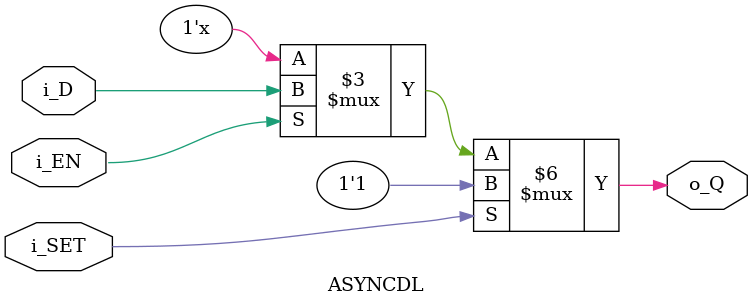
<source format=v>
/*
    Copyright (C) 2022 Sehyeon Kim(Raki)
    
    This program is free software; you can redistribute it and/or
    modify it under the terms of the GNU General Public License
    as published by the Free Software Foundation; either version 2
    of the License, or any later version.
    
    This program is distributed in the hope that it will be useful,
    but WITHOUT ANY WARRANTY; without even the implied warranty of
    MERCHANTABILITY or FITNESS FOR A PARTICULAR PURPOSE. See the
    GNU General Public License for more details.
    
    You should have received a copy of the GNU General Public License
    along with this program; if not, write to the Free Software
    Foundation, Inc., 51 Franklin Street, Fifth Floor, Boston, MA 02110-1301, USA.
*/

module ASYNCDL
(
    input   wire            i_SET,
    input   wire            i_EN,
    input   wire            i_D,
    output  reg             o_Q
);

always @(*) begin
    if(i_SET) begin
        o_Q <= 1'b1;
    end
    else begin
        if(i_EN) begin
            o_Q <= i_D;
        end
        else begin
            o_Q <= o_Q;
        end
    end
end

endmodule
</source>
